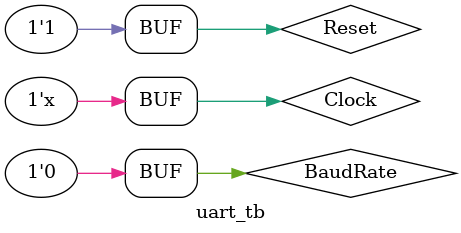
<source format=v>
module uart_tb ();
 

parameter c_CLOCK_PERIOD_NS = 100;
parameter c_BIT_PERIOD      = 104167;
   
reg Clock = 0;
reg r_Rx_Serial = 1;
reg [7:0] i_Data = 8'b00110011;
integer     ii;

reg Reset=1;
reg BaudRate=0;
reg TxDataLoad=0;
wire TxDataOut;
wire [7:0] RxDataOut;
wire TxDone;
wire RxDone;
wire RxError;
   
   
   
  UART_Project  UART_INST
    (.Reset(Reset),
     .Clock(Clock),
     .BaudRate(BaudRate),
     .TxDataLoad(TxDataLoad),
     .TxDataIn(i_Data),
     .TxDataOut(TxDataOut),
     .RxDataIn(r_Rx_Serial),
     .RxDataOut(RxDataOut),
     .TxDone(TxDone),
     .RxDone(RxDone),
     .RxError(RxError)
     );
   
   always  begin
       #(c_CLOCK_PERIOD_NS/2) Clock <= !Clock;
   end

   always 
   begin
       if (i_Data != 8'b11111111) begin
           #10000;
           TxDataLoad=1;
           #100;
           TxDataLoad=0;
           #10000;
            // Send Start Bit
            r_Rx_Serial <= 1'b0;
            #(c_BIT_PERIOD);
        
       
            // Send Data Byte
            for (ii=0; ii<8; ii=ii+1)
                begin
                r_Rx_Serial <= i_Data[ii];
                #(c_BIT_PERIOD);
                end
       
            // Send Stop Bit
            r_Rx_Serial <= 1'b1;
            i_Data = 8'b11111111;
            #(c_BIT_PERIOD);
            end
            else 
            begin
                #2000;
            end
   end

    
 
   
endmodule

</source>
